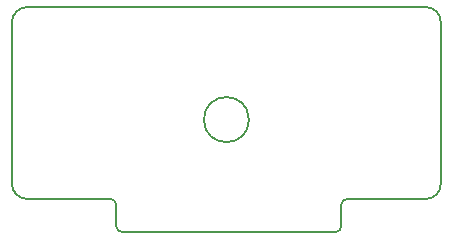
<source format=gbr>
%TF.GenerationSoftware,KiCad,Pcbnew,(6.0.11)*%
%TF.CreationDate,2024-02-05T17:50:25-08:00*%
%TF.ProjectId,ForceBoard,466f7263-6542-46f6-9172-642e6b696361,rev?*%
%TF.SameCoordinates,Original*%
%TF.FileFunction,Profile,NP*%
%FSLAX46Y46*%
G04 Gerber Fmt 4.6, Leading zero omitted, Abs format (unit mm)*
G04 Created by KiCad (PCBNEW (6.0.11)) date 2024-02-05 17:50:25*
%MOMM*%
%LPD*%
G01*
G04 APERTURE LIST*
%TA.AperFunction,Profile*%
%ADD10C,0.200000*%
%TD*%
G04 APERTURE END LIST*
D10*
X150454009Y-111755009D02*
G75*
G03*
X150962009Y-111247000I-9J508009D01*
G01*
X158114319Y-92705000D02*
X124345681Y-92705000D01*
X151470009Y-108941170D02*
X158114319Y-108941170D01*
X143135000Y-102230000D02*
G75*
G03*
X143135000Y-102230000I-1905000J0D01*
G01*
X159384300Y-93975000D02*
G75*
G03*
X158114319Y-92705000I-1270000J0D01*
G01*
X150962009Y-111247000D02*
X150962009Y-109449170D01*
X131912030Y-109449170D02*
G75*
G03*
X131404009Y-108941170I-508030J-30D01*
G01*
X132420009Y-111755000D02*
X150454009Y-111755000D01*
X124345681Y-92704981D02*
G75*
G03*
X123075681Y-93975000I19J-1270019D01*
G01*
X158114319Y-108941219D02*
G75*
G03*
X159384319Y-107671170I-19J1270019D01*
G01*
X151470009Y-108941209D02*
G75*
G03*
X150962009Y-109449170I-9J-507991D01*
G01*
X131912009Y-109449170D02*
X131912009Y-111247000D01*
X123075730Y-107671170D02*
G75*
G03*
X124345681Y-108941170I1269970J-30D01*
G01*
X123075681Y-93975000D02*
X123075681Y-107671170D01*
X124345681Y-108941170D02*
X131404009Y-108941170D01*
X131912000Y-111247000D02*
G75*
G03*
X132420009Y-111755000I508000J0D01*
G01*
X159384319Y-107671170D02*
X159384319Y-93975000D01*
M02*

</source>
